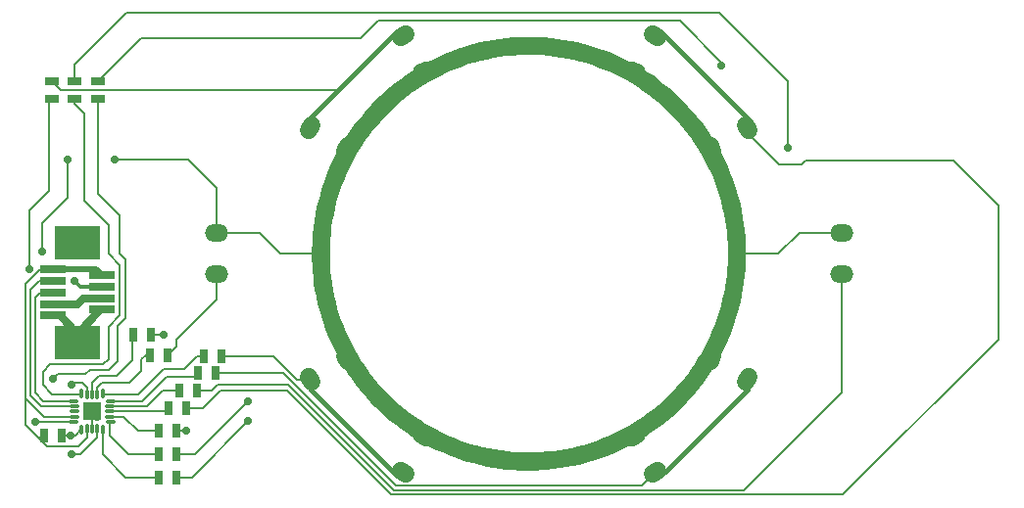
<source format=gbl>
G04 (created by PCBNEW (2013-07-07 BZR 4022)-stable) date 20/03/2014 12:22:34*
%MOIN*%
G04 Gerber Fmt 3.4, Leading zero omitted, Abs format*
%FSLAX34Y34*%
G01*
G70*
G90*
G04 APERTURE LIST*
%ADD10C,0.00590551*%
%ADD11C,0.0001*%
%ADD12O,0.0393701X0.0106299*%
%ADD13O,0.0106299X0.0393701*%
%ADD14R,0.0629921X0.0629921*%
%ADD15C,0.0393701*%
%ADD16O,0.0787402X0.0590551*%
%ADD17C,0.0590551*%
%ADD18R,0.025X0.045*%
%ADD19R,0.045X0.025*%
%ADD20R,0.0866142X0.0275591*%
%ADD21R,0.15748X0.11811*%
%ADD22C,0.0275591*%
%ADD23C,0.00787402*%
%ADD24C,0.019685*%
%ADD25C,0.011811*%
%ADD26C,0.0275591*%
%ADD27C,0.015748*%
G04 APERTURE END LIST*
G54D10*
G54D11*
G36*
X81494Y-58382D02*
X81494Y-58432D01*
X81494Y-58476D01*
X81494Y-58516D01*
X81493Y-58551D01*
X81493Y-58585D01*
X81492Y-58615D01*
X81491Y-58645D01*
X81490Y-58674D01*
X81488Y-58704D01*
X81487Y-58735D01*
X81484Y-58768D01*
X81482Y-58803D01*
X81479Y-58843D01*
X81478Y-58864D01*
X81459Y-59089D01*
X81432Y-59313D01*
X81399Y-59536D01*
X81358Y-59758D01*
X81311Y-59979D01*
X81257Y-60198D01*
X81197Y-60416D01*
X81130Y-60631D01*
X81056Y-60845D01*
X80976Y-61056D01*
X80889Y-61265D01*
X80885Y-61274D01*
X80885Y-58426D01*
X80885Y-58207D01*
X80877Y-57989D01*
X80863Y-57770D01*
X80842Y-57553D01*
X80821Y-57390D01*
X80788Y-57175D01*
X80748Y-56962D01*
X80702Y-56751D01*
X80648Y-56542D01*
X80589Y-56336D01*
X80522Y-56131D01*
X80449Y-55929D01*
X80370Y-55730D01*
X80285Y-55534D01*
X80193Y-55340D01*
X80096Y-55149D01*
X79992Y-54962D01*
X79883Y-54777D01*
X79767Y-54597D01*
X79646Y-54420D01*
X79520Y-54246D01*
X79387Y-54077D01*
X79249Y-53911D01*
X79106Y-53750D01*
X78958Y-53593D01*
X78804Y-53441D01*
X78645Y-53293D01*
X78481Y-53150D01*
X78345Y-53038D01*
X78171Y-52904D01*
X77994Y-52775D01*
X77813Y-52653D01*
X77629Y-52537D01*
X77442Y-52427D01*
X77252Y-52323D01*
X77058Y-52226D01*
X76862Y-52135D01*
X76663Y-52050D01*
X76462Y-51972D01*
X76258Y-51901D01*
X76052Y-51836D01*
X75844Y-51777D01*
X75633Y-51726D01*
X75421Y-51680D01*
X75207Y-51642D01*
X74991Y-51611D01*
X74773Y-51586D01*
X74554Y-51568D01*
X74507Y-51565D01*
X74327Y-51558D01*
X74145Y-51555D01*
X73960Y-51556D01*
X73776Y-51563D01*
X73594Y-51574D01*
X73544Y-51578D01*
X73327Y-51599D01*
X73112Y-51628D01*
X72898Y-51663D01*
X72686Y-51705D01*
X72477Y-51754D01*
X72269Y-51809D01*
X72063Y-51870D01*
X71860Y-51938D01*
X71659Y-52013D01*
X71461Y-52094D01*
X71265Y-52181D01*
X71073Y-52274D01*
X70883Y-52373D01*
X70697Y-52478D01*
X70514Y-52589D01*
X70335Y-52706D01*
X70159Y-52828D01*
X69987Y-52956D01*
X69818Y-53090D01*
X69654Y-53230D01*
X69494Y-53375D01*
X69338Y-53525D01*
X69187Y-53680D01*
X69040Y-53841D01*
X68898Y-54007D01*
X68820Y-54103D01*
X68686Y-54276D01*
X68559Y-54452D01*
X68437Y-54632D01*
X68322Y-54815D01*
X68213Y-55001D01*
X68110Y-55191D01*
X68013Y-55383D01*
X67923Y-55578D01*
X67839Y-55776D01*
X67761Y-55976D01*
X67690Y-56178D01*
X67625Y-56383D01*
X67567Y-56589D01*
X67516Y-56798D01*
X67471Y-57008D01*
X67432Y-57219D01*
X67401Y-57433D01*
X67376Y-57647D01*
X67358Y-57862D01*
X67346Y-58079D01*
X67342Y-58296D01*
X67345Y-58514D01*
X67354Y-58733D01*
X67366Y-58896D01*
X67388Y-59114D01*
X67416Y-59330D01*
X67452Y-59545D01*
X67494Y-59758D01*
X67543Y-59970D01*
X67599Y-60179D01*
X67661Y-60386D01*
X67730Y-60591D01*
X67806Y-60794D01*
X67888Y-60994D01*
X67977Y-61192D01*
X68071Y-61386D01*
X68173Y-61578D01*
X68280Y-61767D01*
X68394Y-61953D01*
X68514Y-62135D01*
X68640Y-62314D01*
X68693Y-62385D01*
X68826Y-62557D01*
X68964Y-62724D01*
X69108Y-62887D01*
X69256Y-63044D01*
X69409Y-63197D01*
X69567Y-63344D01*
X69729Y-63486D01*
X69895Y-63623D01*
X70065Y-63755D01*
X70240Y-63881D01*
X70418Y-64001D01*
X70600Y-64116D01*
X70785Y-64224D01*
X70974Y-64327D01*
X71166Y-64424D01*
X71361Y-64515D01*
X71558Y-64599D01*
X71759Y-64677D01*
X71962Y-64749D01*
X72168Y-64814D01*
X72333Y-64861D01*
X72542Y-64914D01*
X72753Y-64961D01*
X72965Y-65000D01*
X73178Y-65033D01*
X73391Y-65060D01*
X73605Y-65079D01*
X73819Y-65092D01*
X74033Y-65097D01*
X74245Y-65096D01*
X74289Y-65095D01*
X74507Y-65086D01*
X74722Y-65070D01*
X74935Y-65048D01*
X75145Y-65020D01*
X75353Y-64985D01*
X75559Y-64943D01*
X75764Y-64895D01*
X75968Y-64841D01*
X76171Y-64779D01*
X76263Y-64750D01*
X76468Y-64678D01*
X76669Y-64599D01*
X76868Y-64514D01*
X77064Y-64423D01*
X77257Y-64326D01*
X77446Y-64223D01*
X77632Y-64114D01*
X77814Y-63999D01*
X77992Y-63878D01*
X78167Y-63752D01*
X78337Y-63620D01*
X78504Y-63483D01*
X78665Y-63340D01*
X78823Y-63193D01*
X78976Y-63040D01*
X79124Y-62883D01*
X79267Y-62721D01*
X79405Y-62553D01*
X79537Y-62382D01*
X79665Y-62206D01*
X79749Y-62082D01*
X79868Y-61898D01*
X79981Y-61710D01*
X80087Y-61519D01*
X80187Y-61325D01*
X80280Y-61129D01*
X80367Y-60930D01*
X80447Y-60728D01*
X80521Y-60524D01*
X80588Y-60318D01*
X80648Y-60109D01*
X80702Y-59899D01*
X80749Y-59686D01*
X80789Y-59471D01*
X80822Y-59254D01*
X80844Y-59078D01*
X80865Y-58862D01*
X80878Y-58644D01*
X80885Y-58426D01*
X80885Y-61274D01*
X80796Y-61471D01*
X80696Y-61674D01*
X80590Y-61874D01*
X80551Y-61944D01*
X80437Y-62140D01*
X80316Y-62332D01*
X80190Y-62521D01*
X80058Y-62706D01*
X79920Y-62887D01*
X79776Y-63063D01*
X79628Y-63235D01*
X79474Y-63403D01*
X79315Y-63566D01*
X79152Y-63723D01*
X78989Y-63871D01*
X78815Y-64019D01*
X78636Y-64162D01*
X78454Y-64299D01*
X78268Y-64431D01*
X78078Y-64556D01*
X77884Y-64675D01*
X77687Y-64788D01*
X77487Y-64895D01*
X77284Y-64996D01*
X77077Y-65090D01*
X76867Y-65178D01*
X76655Y-65260D01*
X76452Y-65331D01*
X76239Y-65399D01*
X76025Y-65459D01*
X75810Y-65514D01*
X75593Y-65561D01*
X75375Y-65602D01*
X75155Y-65636D01*
X74933Y-65664D01*
X74708Y-65686D01*
X74481Y-65700D01*
X74395Y-65704D01*
X74373Y-65705D01*
X74344Y-65706D01*
X74311Y-65706D01*
X74273Y-65707D01*
X74231Y-65707D01*
X74187Y-65707D01*
X74141Y-65707D01*
X74095Y-65707D01*
X74049Y-65707D01*
X74004Y-65707D01*
X73961Y-65707D01*
X73921Y-65706D01*
X73885Y-65706D01*
X73854Y-65705D01*
X73828Y-65704D01*
X73818Y-65704D01*
X73589Y-65691D01*
X73360Y-65671D01*
X73133Y-65645D01*
X72908Y-65611D01*
X72684Y-65571D01*
X72462Y-65524D01*
X72242Y-65470D01*
X72024Y-65409D01*
X71808Y-65342D01*
X71594Y-65268D01*
X71383Y-65188D01*
X71174Y-65101D01*
X70967Y-65007D01*
X70764Y-64907D01*
X70563Y-64800D01*
X70365Y-64687D01*
X70327Y-64665D01*
X70132Y-64544D01*
X69941Y-64417D01*
X69755Y-64285D01*
X69573Y-64147D01*
X69395Y-64004D01*
X69222Y-63855D01*
X69053Y-63701D01*
X68889Y-63542D01*
X68729Y-63377D01*
X68574Y-63206D01*
X68511Y-63134D01*
X68365Y-62958D01*
X68224Y-62779D01*
X68090Y-62595D01*
X67961Y-62408D01*
X67838Y-62217D01*
X67721Y-62022D01*
X67610Y-61824D01*
X67506Y-61622D01*
X67407Y-61417D01*
X67315Y-61210D01*
X67230Y-60999D01*
X67151Y-60785D01*
X67109Y-60664D01*
X67040Y-60447D01*
X66978Y-60228D01*
X66923Y-60007D01*
X66875Y-59784D01*
X66833Y-59560D01*
X66799Y-59335D01*
X66771Y-59109D01*
X66751Y-58881D01*
X66743Y-58758D01*
X66738Y-58666D01*
X66735Y-58568D01*
X66733Y-58467D01*
X66732Y-58364D01*
X66732Y-58260D01*
X66733Y-58157D01*
X66736Y-58056D01*
X66739Y-57960D01*
X66743Y-57894D01*
X66759Y-57667D01*
X66783Y-57440D01*
X66814Y-57215D01*
X66851Y-56991D01*
X66895Y-56769D01*
X66946Y-56548D01*
X67004Y-56329D01*
X67068Y-56112D01*
X67139Y-55898D01*
X67217Y-55685D01*
X67301Y-55475D01*
X67392Y-55268D01*
X67489Y-55063D01*
X67593Y-54861D01*
X67703Y-54662D01*
X67775Y-54539D01*
X67896Y-54344D01*
X68022Y-54154D01*
X68155Y-53967D01*
X68292Y-53785D01*
X68436Y-53607D01*
X68584Y-53434D01*
X68739Y-53265D01*
X68898Y-53101D01*
X69063Y-52942D01*
X69232Y-52787D01*
X69377Y-52663D01*
X69555Y-52519D01*
X69736Y-52380D01*
X69922Y-52247D01*
X70111Y-52121D01*
X70304Y-52000D01*
X70501Y-51886D01*
X70701Y-51777D01*
X70904Y-51675D01*
X71110Y-51580D01*
X71320Y-51490D01*
X71532Y-51407D01*
X71748Y-51330D01*
X71786Y-51317D01*
X72000Y-51250D01*
X72216Y-51189D01*
X72435Y-51135D01*
X72655Y-51087D01*
X72876Y-51046D01*
X73099Y-51012D01*
X73321Y-50985D01*
X73544Y-50964D01*
X73576Y-50962D01*
X73617Y-50959D01*
X73655Y-50957D01*
X73689Y-50954D01*
X73721Y-50953D01*
X73751Y-50951D01*
X73780Y-50950D01*
X73810Y-50948D01*
X73840Y-50948D01*
X73872Y-50947D01*
X73906Y-50947D01*
X73944Y-50946D01*
X73986Y-50946D01*
X74033Y-50946D01*
X74085Y-50946D01*
X74114Y-50946D01*
X74170Y-50946D01*
X74220Y-50946D01*
X74264Y-50946D01*
X74304Y-50946D01*
X74339Y-50947D01*
X74373Y-50947D01*
X74403Y-50948D01*
X74433Y-50949D01*
X74462Y-50950D01*
X74492Y-50952D01*
X74523Y-50953D01*
X74556Y-50955D01*
X74591Y-50958D01*
X74631Y-50961D01*
X74652Y-50962D01*
X74877Y-50981D01*
X75101Y-51008D01*
X75325Y-51041D01*
X75547Y-51081D01*
X75767Y-51129D01*
X75986Y-51182D01*
X76204Y-51243D01*
X76419Y-51310D01*
X76632Y-51384D01*
X76843Y-51464D01*
X77052Y-51551D01*
X77258Y-51644D01*
X77461Y-51743D01*
X77661Y-51849D01*
X77858Y-51961D01*
X77954Y-52019D01*
X78147Y-52141D01*
X78336Y-52269D01*
X78521Y-52402D01*
X78702Y-52541D01*
X78878Y-52685D01*
X79049Y-52835D01*
X79216Y-52990D01*
X79378Y-53149D01*
X79535Y-53314D01*
X79686Y-53483D01*
X79833Y-53657D01*
X79974Y-53835D01*
X80110Y-54018D01*
X80241Y-54205D01*
X80365Y-54396D01*
X80466Y-54561D01*
X80579Y-54758D01*
X80686Y-54958D01*
X80787Y-55162D01*
X80881Y-55369D01*
X80969Y-55579D01*
X81051Y-55792D01*
X81122Y-55998D01*
X81190Y-56212D01*
X81251Y-56428D01*
X81305Y-56647D01*
X81353Y-56867D01*
X81394Y-57088D01*
X81428Y-57311D01*
X81455Y-57533D01*
X81476Y-57756D01*
X81478Y-57788D01*
X81481Y-57829D01*
X81483Y-57867D01*
X81486Y-57901D01*
X81487Y-57933D01*
X81489Y-57963D01*
X81490Y-57992D01*
X81491Y-58022D01*
X81492Y-58052D01*
X81493Y-58084D01*
X81493Y-58118D01*
X81494Y-58156D01*
X81494Y-58198D01*
X81494Y-58245D01*
X81494Y-58297D01*
X81494Y-58326D01*
X81494Y-58382D01*
X81494Y-58382D01*
X81494Y-58382D01*
G37*
G54D12*
X59872Y-63346D03*
X59842Y-63523D03*
X59842Y-63700D03*
X59842Y-63877D03*
X59872Y-64055D03*
G54D13*
X59606Y-64320D03*
X59429Y-64291D03*
X59251Y-64291D03*
X59074Y-64291D03*
X58897Y-64320D03*
G54D12*
X58631Y-64055D03*
X58661Y-63877D03*
X58661Y-63700D03*
X58661Y-63523D03*
X58631Y-63346D03*
G54D13*
X58897Y-63080D03*
X59074Y-63110D03*
X59251Y-63110D03*
X59429Y-63110D03*
X59606Y-63080D03*
G54D14*
X59251Y-63700D03*
G54D15*
X67007Y-58326D03*
G54D16*
X63484Y-59035D03*
X63484Y-57618D03*
X84744Y-59035D03*
X84744Y-57618D03*
G54D17*
X81596Y-54120D02*
X81497Y-53950D01*
X80368Y-54829D02*
X80270Y-54658D01*
X78490Y-50943D02*
X78320Y-50844D01*
X77782Y-52170D02*
X77611Y-52072D01*
X69908Y-50844D02*
X69737Y-50943D01*
X70616Y-52072D02*
X70446Y-52170D01*
X66730Y-53950D02*
X66632Y-54120D01*
X67958Y-54658D02*
X67859Y-54829D01*
X66631Y-62532D02*
X66730Y-62703D01*
X67859Y-61824D02*
X67957Y-61994D01*
X69737Y-65710D02*
X69908Y-65808D01*
X70446Y-64482D02*
X70616Y-64581D01*
X78320Y-65808D02*
X78490Y-65710D01*
X77611Y-64581D02*
X77782Y-64482D01*
X81497Y-62703D02*
X81596Y-62532D01*
X80270Y-61994D02*
X80368Y-61824D01*
G54D18*
X61511Y-64370D03*
X62111Y-64370D03*
X61511Y-65157D03*
X62111Y-65157D03*
X61511Y-65944D03*
X62111Y-65944D03*
X60644Y-61102D03*
X61244Y-61102D03*
G54D19*
X58661Y-53055D03*
X58661Y-52455D03*
G54D18*
X63449Y-62401D03*
X62849Y-62401D03*
X63646Y-61811D03*
X63046Y-61811D03*
G54D19*
X57874Y-52455D03*
X57874Y-53055D03*
G54D18*
X62465Y-63582D03*
X61865Y-63582D03*
X62819Y-62992D03*
X62219Y-62992D03*
X61835Y-61771D03*
X61235Y-61771D03*
G54D19*
X59448Y-53055D03*
X59448Y-52455D03*
G54D20*
X57933Y-60433D03*
X57933Y-60039D03*
X57933Y-59645D03*
X57933Y-59251D03*
X57933Y-58858D03*
X59586Y-59842D03*
X59586Y-59448D03*
X59586Y-60236D03*
X59586Y-59055D03*
G54D21*
X58759Y-61338D03*
X58759Y-57952D03*
G54D18*
X57613Y-64507D03*
X58213Y-64507D03*
G54D22*
X58641Y-59251D03*
X57322Y-64055D03*
X57106Y-58858D03*
X58543Y-62795D03*
X82913Y-54704D03*
X62440Y-64370D03*
X61692Y-61102D03*
X58759Y-60039D03*
X58405Y-55137D03*
X60019Y-55137D03*
X57539Y-58267D03*
X80669Y-51909D03*
X64547Y-64035D03*
X64547Y-63366D03*
X58523Y-64507D03*
X59429Y-63877D03*
X59074Y-63523D03*
X59251Y-63700D03*
X59429Y-63523D03*
X57913Y-62578D03*
X58562Y-65157D03*
G54D23*
X57613Y-64507D02*
X57578Y-64507D01*
X57578Y-64507D02*
X57460Y-64625D01*
X56988Y-63248D02*
X56988Y-64153D01*
X59074Y-64586D02*
X59074Y-64291D01*
X58779Y-64881D02*
X59074Y-64586D01*
X57716Y-64881D02*
X58779Y-64881D01*
X56988Y-64153D02*
X57460Y-64625D01*
X57460Y-64625D02*
X57716Y-64881D01*
G54D24*
X57933Y-58858D02*
X59389Y-58858D01*
X59389Y-58858D02*
X59586Y-59055D01*
G54D23*
X57933Y-58858D02*
X57480Y-58858D01*
X57618Y-63877D02*
X58661Y-63877D01*
X56988Y-63248D02*
X57618Y-63877D01*
X56988Y-59350D02*
X56988Y-63248D01*
X57480Y-58858D02*
X56988Y-59350D01*
X57933Y-59251D02*
X57460Y-59251D01*
X57519Y-63523D02*
X58661Y-63523D01*
X57145Y-63149D02*
X57519Y-63523D01*
X57145Y-59566D02*
X57145Y-63149D01*
X57460Y-59251D02*
X57145Y-59566D01*
G54D25*
X58838Y-59448D02*
X58641Y-59251D01*
X59586Y-59448D02*
X58838Y-59448D01*
G54D23*
X57322Y-64055D02*
X58661Y-64055D01*
X57106Y-58858D02*
X57106Y-56850D01*
X57106Y-56850D02*
X57775Y-56181D01*
X57775Y-53095D02*
X57775Y-56181D01*
X58907Y-62706D02*
X58631Y-62706D01*
X58907Y-62706D02*
X59074Y-62874D01*
X59074Y-62874D02*
X59074Y-63110D01*
X58631Y-62706D02*
X58543Y-62795D01*
X58661Y-52455D02*
X58661Y-51889D01*
X58661Y-51889D02*
X60433Y-50118D01*
X82913Y-54704D02*
X82913Y-52440D01*
X82913Y-52440D02*
X80590Y-50118D01*
X80590Y-50118D02*
X60433Y-50118D01*
X62111Y-64370D02*
X62440Y-64370D01*
X59842Y-63700D02*
X61747Y-63700D01*
X61747Y-63700D02*
X61865Y-63582D01*
X59842Y-63523D02*
X61122Y-63523D01*
X61653Y-62992D02*
X62219Y-62992D01*
X61122Y-63523D02*
X61653Y-62992D01*
X59842Y-63346D02*
X60944Y-63346D01*
X62731Y-62519D02*
X62849Y-62401D01*
X61771Y-62519D02*
X62731Y-62519D01*
X60944Y-63346D02*
X61771Y-62519D01*
X59606Y-63110D02*
X60826Y-63110D01*
X62834Y-61811D02*
X63046Y-61811D01*
X62401Y-62244D02*
X62834Y-61811D01*
X61692Y-62244D02*
X62401Y-62244D01*
X60826Y-63110D02*
X61692Y-62244D01*
X59429Y-63110D02*
X59429Y-62874D01*
X61082Y-61771D02*
X61235Y-61771D01*
X60925Y-61929D02*
X61082Y-61771D01*
X60925Y-62322D02*
X60925Y-61929D01*
X60531Y-62716D02*
X60925Y-62322D01*
X59586Y-62716D02*
X60531Y-62716D01*
X59429Y-62874D02*
X59586Y-62716D01*
X61692Y-61102D02*
X61244Y-61102D01*
X58405Y-55137D02*
X58405Y-56417D01*
X63484Y-57618D02*
X63484Y-56102D01*
X62519Y-55137D02*
X60019Y-55137D01*
X63484Y-56102D02*
X62519Y-55137D01*
X57539Y-57283D02*
X57539Y-58267D01*
X58405Y-56417D02*
X57539Y-57283D01*
G54D26*
X59586Y-59842D02*
X58956Y-59842D01*
X58759Y-60039D02*
X57933Y-60039D01*
X58956Y-59842D02*
X58759Y-60039D01*
G54D23*
X67007Y-58326D02*
X65649Y-58326D01*
X65649Y-58326D02*
X64940Y-57618D01*
X81181Y-58326D02*
X82598Y-58326D01*
X83307Y-57618D02*
X84744Y-57618D01*
X82598Y-58326D02*
X83307Y-57618D01*
X63425Y-57618D02*
X64940Y-57618D01*
X80319Y-54744D02*
X80319Y-55260D01*
X80319Y-61432D02*
X80319Y-61909D01*
X80807Y-60944D02*
X80319Y-61432D01*
X80807Y-60078D02*
X80807Y-60944D01*
X81181Y-59704D02*
X80807Y-60078D01*
X81181Y-57106D02*
X81181Y-57618D01*
X81181Y-57618D02*
X81181Y-58326D01*
X81181Y-58326D02*
X81181Y-59704D01*
X80846Y-56771D02*
X81181Y-57106D01*
X80846Y-55787D02*
X80846Y-56771D01*
X80319Y-55260D02*
X80846Y-55787D01*
X77696Y-52121D02*
X77790Y-52121D01*
X80319Y-54650D02*
X80319Y-54744D01*
X77790Y-52121D02*
X80319Y-54650D01*
X77696Y-64531D02*
X77810Y-64531D01*
X77810Y-64531D02*
X80319Y-62023D01*
X80319Y-62023D02*
X80319Y-61909D01*
X70531Y-64531D02*
X70949Y-64531D01*
X77465Y-64763D02*
X77696Y-64531D01*
X76535Y-64763D02*
X77465Y-64763D01*
X75964Y-65334D02*
X76535Y-64763D01*
X72519Y-65334D02*
X75964Y-65334D01*
X72145Y-64960D02*
X72519Y-65334D01*
X71377Y-64960D02*
X72145Y-64960D01*
X70949Y-64531D02*
X71377Y-64960D01*
X67908Y-61909D02*
X67908Y-61983D01*
X70457Y-64531D02*
X70531Y-64531D01*
X67908Y-61983D02*
X70457Y-64531D01*
X67007Y-58326D02*
X67007Y-59527D01*
X67908Y-61333D02*
X67908Y-61909D01*
X67421Y-60846D02*
X67908Y-61333D01*
X67421Y-59940D02*
X67421Y-60846D01*
X67007Y-59527D02*
X67421Y-59940D01*
X67908Y-54744D02*
X67775Y-54877D01*
X67204Y-58129D02*
X67007Y-58326D01*
X67204Y-56141D02*
X67204Y-58129D01*
X67775Y-55570D02*
X67204Y-56141D01*
X67775Y-54877D02*
X67775Y-55570D01*
X70531Y-52121D02*
X70034Y-52618D01*
X69803Y-52849D02*
X67908Y-54744D01*
X69803Y-52618D02*
X69803Y-52849D01*
X70034Y-52618D02*
X69803Y-52618D01*
X59448Y-52455D02*
X60910Y-50994D01*
X60910Y-50994D02*
X68395Y-50994D01*
X68395Y-50994D02*
X68996Y-50393D01*
X80669Y-51909D02*
X80669Y-51811D01*
X79251Y-50393D02*
X68996Y-50393D01*
X80669Y-51811D02*
X79251Y-50393D01*
X62111Y-65944D02*
X62637Y-65944D01*
X62637Y-65944D02*
X64547Y-64035D01*
X62111Y-65157D02*
X62755Y-65157D01*
X62755Y-65157D02*
X64547Y-63366D01*
X57933Y-59645D02*
X57480Y-59645D01*
X57598Y-63346D02*
X58661Y-63346D01*
X57303Y-63051D02*
X57598Y-63346D01*
X57303Y-59822D02*
X57303Y-63051D01*
X57480Y-59645D02*
X57303Y-59822D01*
G54D26*
X59586Y-60236D02*
X59566Y-60236D01*
X59566Y-60236D02*
X58759Y-61043D01*
X57933Y-60433D02*
X58149Y-60433D01*
X58149Y-60433D02*
X58759Y-61043D01*
G54D23*
X59429Y-63877D02*
X59251Y-63700D01*
X59074Y-63523D02*
X59251Y-63700D01*
X59429Y-63523D02*
X59251Y-63700D01*
X59251Y-64291D02*
X59251Y-63700D01*
X58523Y-64507D02*
X58681Y-64507D01*
X58213Y-64507D02*
X58523Y-64507D01*
X58681Y-64507D02*
X58897Y-64291D01*
X63646Y-61811D02*
X65413Y-61811D01*
X66220Y-62618D02*
X66681Y-62618D01*
X66220Y-62618D02*
X65413Y-61811D01*
G54D27*
X66681Y-62618D02*
X66681Y-62960D01*
X69479Y-65759D02*
X69822Y-65759D01*
X66681Y-62960D02*
X69479Y-65759D01*
G54D23*
X59251Y-63110D02*
X59251Y-62736D01*
X60629Y-61117D02*
X60644Y-61102D01*
X60629Y-61968D02*
X60629Y-61117D01*
X60098Y-62500D02*
X60629Y-61968D01*
X59488Y-62500D02*
X60098Y-62500D01*
X59251Y-62736D02*
X59488Y-62500D01*
X62819Y-62992D02*
X63307Y-62992D01*
X63503Y-62795D02*
X65925Y-62795D01*
X63307Y-62992D02*
X63503Y-62795D01*
X84744Y-59035D02*
X84744Y-63051D01*
X84744Y-63051D02*
X81417Y-66377D01*
X81417Y-66377D02*
X69507Y-66377D01*
X69507Y-66377D02*
X65925Y-62795D01*
X63484Y-59901D02*
X63484Y-59074D01*
X63484Y-59901D02*
X62125Y-61259D01*
X61835Y-61771D02*
X62125Y-61481D01*
X62125Y-61259D02*
X62125Y-61481D01*
X63385Y-59133D02*
X63484Y-59035D01*
X59606Y-64291D02*
X59606Y-65157D01*
X60393Y-65944D02*
X61511Y-65944D01*
X59606Y-65157D02*
X60393Y-65944D01*
X59448Y-53055D02*
X59448Y-56279D01*
X59448Y-56279D02*
X60177Y-57007D01*
X60177Y-57007D02*
X60177Y-58307D01*
X59173Y-62283D02*
X59035Y-62421D01*
X60393Y-58523D02*
X60177Y-58307D01*
X60393Y-60511D02*
X60393Y-58523D01*
X59173Y-62283D02*
X59822Y-62283D01*
X59822Y-62283D02*
X60118Y-61988D01*
X59429Y-64291D02*
X59429Y-64586D01*
X57913Y-62578D02*
X58070Y-62421D01*
X58858Y-65157D02*
X58562Y-65157D01*
X59429Y-64586D02*
X58858Y-65157D01*
X60118Y-60787D02*
X60118Y-61988D01*
X60393Y-60511D02*
X60118Y-60787D01*
X59035Y-62421D02*
X58070Y-62421D01*
X59842Y-64055D02*
X59842Y-64527D01*
X60472Y-65157D02*
X61511Y-65157D01*
X59842Y-64527D02*
X60472Y-65157D01*
X59842Y-63877D02*
X60334Y-63877D01*
X60826Y-64370D02*
X61511Y-64370D01*
X60334Y-63877D02*
X60826Y-64370D01*
X57874Y-52455D02*
X58174Y-52755D01*
X58174Y-52755D02*
X67618Y-52755D01*
G54D27*
X69822Y-50893D02*
X69480Y-50893D01*
X66681Y-53692D02*
X66681Y-54035D01*
X69480Y-50893D02*
X67618Y-52755D01*
X67618Y-52755D02*
X66681Y-53692D01*
G54D23*
X58661Y-53055D02*
X58661Y-53228D01*
X58976Y-53543D02*
X58976Y-56515D01*
X58661Y-53228D02*
X58976Y-53543D01*
X58976Y-56515D02*
X59803Y-57342D01*
X59803Y-61909D02*
X59803Y-60826D01*
X59803Y-60826D02*
X60196Y-60433D01*
X59616Y-62096D02*
X59803Y-61909D01*
X60196Y-60433D02*
X60196Y-58720D01*
X57824Y-62096D02*
X57578Y-62342D01*
X57578Y-62342D02*
X57578Y-62795D01*
X57578Y-62795D02*
X57893Y-63110D01*
X58897Y-63110D02*
X57893Y-63110D01*
X59616Y-62096D02*
X57824Y-62096D01*
X59803Y-58326D02*
X59803Y-57342D01*
X60196Y-58720D02*
X59803Y-58326D01*
X62465Y-63582D02*
X63031Y-63582D01*
X63031Y-63582D02*
X63622Y-62992D01*
X83385Y-55295D02*
X83523Y-55157D01*
X88543Y-55157D02*
X90078Y-56692D01*
X83523Y-55157D02*
X88543Y-55157D01*
X63622Y-62992D02*
X65885Y-62992D01*
X81546Y-54232D02*
X82609Y-55295D01*
X69429Y-66535D02*
X65885Y-62992D01*
X84783Y-66535D02*
X69429Y-66535D01*
X90078Y-61240D02*
X84783Y-66535D01*
X90078Y-56692D02*
X90078Y-61240D01*
X82609Y-55295D02*
X83385Y-55295D01*
G54D27*
X81546Y-54232D02*
X81546Y-53712D01*
X78728Y-50894D02*
X78405Y-50894D01*
X81546Y-53712D02*
X78728Y-50894D01*
G54D23*
X63449Y-62401D02*
X65767Y-62401D01*
X78405Y-65759D02*
X77944Y-66220D01*
X69586Y-66220D02*
X65767Y-62401D01*
X77944Y-66220D02*
X69586Y-66220D01*
G54D27*
X81546Y-62618D02*
X81546Y-62961D01*
X78748Y-65759D02*
X78405Y-65759D01*
X81546Y-62961D02*
X78748Y-65759D01*
M02*

</source>
